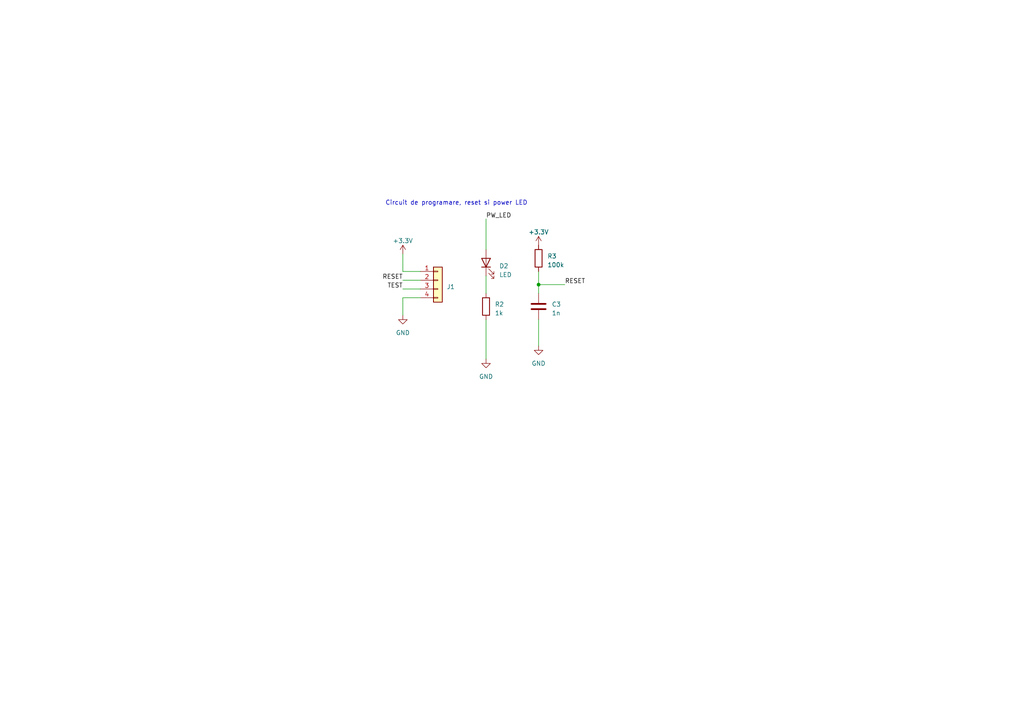
<source format=kicad_sch>
(kicad_sch (version 20230121) (generator eeschema)
  (paper "A4")
  (lib_symbols
    (symbol "Connector_Generic:Conn_01x04" (pin_names (offset 1.016) hide)
      (property "Reference" "J" (at 0 5.08 0))
      (property "Value" "Conn_01x04" (at 0 -7.62 0))
      (symbol "Conn_01x04_1_1"
        (rectangle (start -1.27 -4.953) (end 0 -5.207) (stroke (width 0.1524)))
        (rectangle (start -1.27 -2.413) (end 0 -2.667) (stroke (width 0.1524)))
        (rectangle (start -1.27 0.127) (end 0 -0.127) (stroke (width 0.1524)))
        (rectangle (start -1.27 2.667) (end 0 2.413) (stroke (width 0.1524)))
        (rectangle (start -1.27 3.81) (end 1.27 -6.35) (stroke (width 0.254)) (fill (type background)))
        (pin passive line (at -5.08 2.54 0) (length 3.81) (name "Pin_1") (number "1"))
        (pin passive line (at -5.08 0 0) (length 3.81) (name "Pin_2") (number "2"))
        (pin passive line (at -5.08 -2.54 0) (length 3.81) (name "Pin_3") (number "3"))
        (pin passive line (at -5.08 -5.08 0) (length 3.81) (name "Pin_4") (number "4"))
      )
    )
    (symbol "Device:C" (pin_numbers hide) (pin_names (offset 0.254))
      (property "Reference" "C" (at 0.635 2.54 0))
      (property "Value" "C" (at 0.635 -2.54 0))
      (symbol "C_0_1"
        (polyline (pts (xy -2.032 -0.762) (xy 2.032 -0.762)) (stroke (width 0.508)))
        (polyline (pts (xy -2.032 0.762) (xy 2.032 0.762)) (stroke (width 0.508)))
      )
      (symbol "C_1_1"
        (pin passive line (at 0 3.81 270) (length 2.794) (name "~") (number "1"))
        (pin passive line (at 0 -3.81 90) (length 2.794) (name "~") (number "2"))
      )
    )
    (symbol "Device:LED" (pin_numbers hide) (pin_names (offset 1.016) hide)
      (property "Reference" "D" (at 0 2.54 0))
      (property "Value" "LED" (at 0 -2.54 0))
      (symbol "LED_0_1"
        (polyline (pts (xy -1.27 -1.27) (xy -1.27 1.27)) (stroke (width 0.254)))
        (polyline (pts (xy -1.27 0) (xy 1.27 0)))
        (polyline (pts (xy 1.27 -1.27) (xy 1.27 1.27) (xy -1.27 0) (xy 1.27 -1.27)) (stroke (width 0.254)))
        (polyline (pts (xy -3.048 -0.762) (xy -4.572 -2.286) (xy -3.81 -2.286) (xy -4.572 -2.286) (xy -4.572 -1.524)))
        (polyline (pts (xy -1.778 -0.762) (xy -3.302 -2.286) (xy -2.54 -2.286) (xy -3.302 -2.286) (xy -3.302 -1.524)))
      )
      (symbol "LED_1_1"
        (pin passive line (at -3.81 0 0) (length 2.54) (name "K") (number "1"))
        (pin passive line (at 3.81 0 180) (length 2.54) (name "A") (number "2"))
      )
    )
    (symbol "Device:R" (pin_numbers hide) (pin_names (offset 0))
      (property "Reference" "R" (at 2.032 0 90))
      (property "Value" "R" (at 0 0 90))
      (symbol "R_0_1"
        (rectangle (start -1.016 -2.54) (end 1.016 2.54) (stroke (width 0.254)))
      )
      (symbol "R_1_1"
        (pin passive line (at 0 3.81 270) (length 1.27) (name "~") (number "1"))
        (pin passive line (at 0 -3.81 90) (length 1.27) (name "~") (number "2"))
      )
    )
    (symbol "power:+3.3V" (power) (pin_names (offset 0))
      (property "Value" "+3.3V" (at 0 3.556 0))
      (symbol "+3.3V_0_1"
        (polyline (pts (xy -0.762 1.27) (xy 0 2.54)))
        (polyline (pts (xy 0 0) (xy 0 2.54)))
        (polyline (pts (xy 0 2.54) (xy 0.762 1.27)))
      )
      (symbol "+3.3V_1_1"
        (pin power_in line (at 0 0 90) (length 0) hide (name "+3.3V") (number "1"))
      )
    )
    (symbol "power:GND" (power) (pin_names (offset 0))
      (property "Value" "GND" (at 0 -3.81 0))
      (symbol "GND_0_1"
        (polyline (pts (xy 0 0) (xy 0 -1.27) (xy 1.27 -1.27) (xy 0 -2.54) (xy -1.27 -1.27) (xy 0 -1.27)))
      )
      (symbol "GND_1_1"
        (pin power_in line (at 0 0 270) (length 0) hide (name "GND") (number "1"))
      )
    )
  )
  (junction (at 156.21 82.55))
  (wire (pts (xy 156.21 78.74) (xy 156.21 82.55)))
  (wire (pts (xy 140.97 92.71) (xy 140.97 104.14)))
  (wire (pts (xy 121.92 86.36) (xy 116.84 86.36)))
  (wire (pts (xy 156.21 82.55) (xy 163.83 82.55)))
  (wire (pts (xy 116.84 83.82) (xy 121.92 83.82)))
  (wire (pts (xy 140.97 63.5) (xy 140.97 72.39)))
  (wire (pts (xy 116.84 81.28) (xy 121.92 81.28)))
  (wire (pts (xy 116.84 73.66) (xy 116.84 78.74)))
  (wire (pts (xy 116.84 86.36) (xy 116.84 91.44)))
  (wire (pts (xy 156.21 82.55) (xy 156.21 85.09)))
  (wire (pts (xy 140.97 80.01) (xy 140.97 85.09)))
  (wire (pts (xy 121.92 78.74) (xy 116.84 78.74)))
  (wire (pts (xy 156.21 92.71) (xy 156.21 100.33)))
  (text "Circuit de programare, reset si power LED" (at 111.76 59.69 0) (effects (font (size 1.27 1.27)) (justify left bottom)))
  (label "PW_LED" (at 140.97 63.5 0))
  (label "RESET" (at 163.83 82.55 0))
  (label "RESET" (at 116.84 81.28 180))
  (label "TEST" (at 116.84 83.82 180))
  (symbol (lib_id "Connector_Generic:Conn_01x04") (at 127 81.28 0) (unit 1)
    (property "Reference" "J1" (at 129.54 83.185 0) (effects (justify left)))
    (property "Value" "Conn_01x04" (effects hide))
    (property "Footprint" "Connector_PinHeader_2.00mm:PinHeader_1x04_P2.00mm_Vertical" (effects hide))
    (instances (project "First_sketch_licenta" (path "" (reference "J1") (unit 1)) (path "" (reference "J8") (unit 1))))
  )
  (symbol (lib_id "power:GND") (at 156.21 100.33 0) (unit 1)
    (property "Reference" "#PWR010" (effects hide))
    (property "Value" "GND" (at 156.21 105.41 0))
    (instances (project "First_sketch_licenta" (path "" (reference "#PWR010") (unit 1)) (path "" (reference "#PWR068") (unit 1))))
  )
  (symbol (lib_id "Device:R") (at 156.21 74.93 0) (unit 1)
    (property "Reference" "R3" (at 158.75 74.295 0) (effects (justify left)))
    (property "Value" "100k" (at 158.75 76.835 0) (effects (justify left)))
    (property "Footprint" "Resistor_SMD:R_1206_3216Metric" (effects hide))
    (instances (project "First_sketch_licenta" (path "" (reference "R3") (unit 1)) (path "" (reference "R22") (unit 1))))
  )
  (symbol (lib_id "power:GND") (at 140.97 104.14 0) (unit 1)
    (property "Reference" "#PWR013" (effects hide))
    (property "Value" "GND" (at 140.97 109.22 0))
    (instances (project "First_sketch_licenta" (path "" (reference "#PWR013") (unit 1)) (path "" (reference "#PWR066") (unit 1))))
  )
  (symbol (lib_id "Device:LED") (at 140.97 76.2 90) (unit 1)
    (property "Reference" "D2" (at 144.78 77.1525 90) (effects (justify right)))
    (property "Value" "LED" (at 144.78 79.6925 90) (effects (justify right)))
    (property "Footprint" "LED_SMD:LED_1206_3216Metric" (effects hide))
    (instances (project "First_sketch_licenta" (path "" (reference "D2") (unit 1)) (path "" (reference "D8") (unit 1))))
  )
  (symbol (lib_id "power:+3.3V") (at 156.21 71.12 0) (unit 1)
    (property "Reference" "#PWR02" (effects hide))
    (property "Value" "+3.3V" (at 156.21 67.31 0))
    (instances (project "First_sketch_licenta" (path "" (reference "#PWR02") (unit 1)) (path "" (reference "#PWR067") (unit 1))))
  )
  (symbol (lib_id "power:+3.3V") (at 116.84 73.66 0) (unit 1)
    (property "Reference" "#PWR04" (effects hide))
    (property "Value" "+3.3V" (at 116.84 69.85 0))
    (instances (project "First_sketch_licenta" (path "" (reference "#PWR04") (unit 1)) (path "" (reference "#PWR064") (unit 1))))
  )
  (symbol (lib_id "Device:C") (at 156.21 88.9 0) (unit 1)
    (property "Reference" "C3" (at 160.02 88.265 0) (effects (justify left)))
    (property "Value" "1n" (at 160.02 90.805 0) (effects (justify left)))
    (property "Footprint" "Capacitor_SMD:C_1206_3216Metric" (effects hide))
    (instances (project "First_sketch_licenta" (path "" (reference "C3") (unit 1)) (path "" (reference "C18") (unit 1))))
  )
  (symbol (lib_id "Device:R") (at 140.97 88.9 0) (unit 1)
    (property "Reference" "R2" (at 143.51 88.265 0) (effects (justify left)))
    (property "Value" "1k" (at 143.51 90.805 0) (effects (justify left)))
    (property "Footprint" "Resistor_SMD:R_1206_3216Metric" (effects hide))
    (instances (project "First_sketch_licenta" (path "" (reference "R2") (unit 1)) (path "" (reference "R21") (unit 1))))
  )
  (symbol (lib_id "power:GND") (at 116.84 91.44 0) (unit 1)
    (property "Reference" "#PWR017" (effects hide))
    (property "Value" "GND" (at 116.84 96.52 0))
    (instances (project "First_sketch_licenta" (path "" (reference "#PWR017") (unit 1)) (path "" (reference "#PWR065") (unit 1))))
  )
)
</source>
